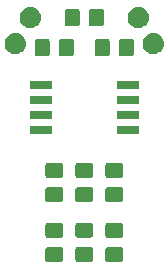
<source format=gbr>
G04 #@! TF.GenerationSoftware,KiCad,Pcbnew,5.0.2-bee76a0~70~ubuntu16.04.1*
G04 #@! TF.CreationDate,2020-01-28T21:52:51-08:00*
G04 #@! TF.ProjectId,touch-circuit-v1,746f7563-682d-4636-9972-637569742d76,rev?*
G04 #@! TF.SameCoordinates,Original*
G04 #@! TF.FileFunction,Soldermask,Top*
G04 #@! TF.FilePolarity,Negative*
%FSLAX46Y46*%
G04 Gerber Fmt 4.6, Leading zero omitted, Abs format (unit mm)*
G04 Created by KiCad (PCBNEW 5.0.2-bee76a0~70~ubuntu16.04.1) date Tue 28 Jan 2020 09:52:51 PM PST*
%MOMM*%
%LPD*%
G01*
G04 APERTURE LIST*
%ADD10C,0.100000*%
G04 APERTURE END LIST*
D10*
G36*
X155528677Y-110893465D02*
X155566364Y-110904898D01*
X155601103Y-110923466D01*
X155631548Y-110948452D01*
X155656534Y-110978897D01*
X155675102Y-111013636D01*
X155686535Y-111051323D01*
X155691000Y-111096661D01*
X155691000Y-111933339D01*
X155686535Y-111978677D01*
X155675102Y-112016364D01*
X155656534Y-112051103D01*
X155631548Y-112081548D01*
X155601103Y-112106534D01*
X155566364Y-112125102D01*
X155528677Y-112136535D01*
X155483339Y-112141000D01*
X154396661Y-112141000D01*
X154351323Y-112136535D01*
X154313636Y-112125102D01*
X154278897Y-112106534D01*
X154248452Y-112081548D01*
X154223466Y-112051103D01*
X154204898Y-112016364D01*
X154193465Y-111978677D01*
X154189000Y-111933339D01*
X154189000Y-111096661D01*
X154193465Y-111051323D01*
X154204898Y-111013636D01*
X154223466Y-110978897D01*
X154248452Y-110948452D01*
X154278897Y-110923466D01*
X154313636Y-110904898D01*
X154351323Y-110893465D01*
X154396661Y-110889000D01*
X155483339Y-110889000D01*
X155528677Y-110893465D01*
X155528677Y-110893465D01*
G37*
G36*
X150448677Y-110893465D02*
X150486364Y-110904898D01*
X150521103Y-110923466D01*
X150551548Y-110948452D01*
X150576534Y-110978897D01*
X150595102Y-111013636D01*
X150606535Y-111051323D01*
X150611000Y-111096661D01*
X150611000Y-111933339D01*
X150606535Y-111978677D01*
X150595102Y-112016364D01*
X150576534Y-112051103D01*
X150551548Y-112081548D01*
X150521103Y-112106534D01*
X150486364Y-112125102D01*
X150448677Y-112136535D01*
X150403339Y-112141000D01*
X149316661Y-112141000D01*
X149271323Y-112136535D01*
X149233636Y-112125102D01*
X149198897Y-112106534D01*
X149168452Y-112081548D01*
X149143466Y-112051103D01*
X149124898Y-112016364D01*
X149113465Y-111978677D01*
X149109000Y-111933339D01*
X149109000Y-111096661D01*
X149113465Y-111051323D01*
X149124898Y-111013636D01*
X149143466Y-110978897D01*
X149168452Y-110948452D01*
X149198897Y-110923466D01*
X149233636Y-110904898D01*
X149271323Y-110893465D01*
X149316661Y-110889000D01*
X150403339Y-110889000D01*
X150448677Y-110893465D01*
X150448677Y-110893465D01*
G37*
G36*
X152988677Y-110873465D02*
X153026364Y-110884898D01*
X153061103Y-110903466D01*
X153091548Y-110928452D01*
X153116534Y-110958897D01*
X153135102Y-110993636D01*
X153146535Y-111031323D01*
X153151000Y-111076661D01*
X153151000Y-111913339D01*
X153146535Y-111958677D01*
X153135102Y-111996364D01*
X153116534Y-112031103D01*
X153091548Y-112061548D01*
X153061103Y-112086534D01*
X153026364Y-112105102D01*
X152988677Y-112116535D01*
X152943339Y-112121000D01*
X151856661Y-112121000D01*
X151811323Y-112116535D01*
X151773636Y-112105102D01*
X151738897Y-112086534D01*
X151708452Y-112061548D01*
X151683466Y-112031103D01*
X151664898Y-111996364D01*
X151653465Y-111958677D01*
X151649000Y-111913339D01*
X151649000Y-111076661D01*
X151653465Y-111031323D01*
X151664898Y-110993636D01*
X151683466Y-110958897D01*
X151708452Y-110928452D01*
X151738897Y-110903466D01*
X151773636Y-110884898D01*
X151811323Y-110873465D01*
X151856661Y-110869000D01*
X152943339Y-110869000D01*
X152988677Y-110873465D01*
X152988677Y-110873465D01*
G37*
G36*
X155528677Y-108843465D02*
X155566364Y-108854898D01*
X155601103Y-108873466D01*
X155631548Y-108898452D01*
X155656534Y-108928897D01*
X155675102Y-108963636D01*
X155686535Y-109001323D01*
X155691000Y-109046661D01*
X155691000Y-109883339D01*
X155686535Y-109928677D01*
X155675102Y-109966364D01*
X155656534Y-110001103D01*
X155631548Y-110031548D01*
X155601103Y-110056534D01*
X155566364Y-110075102D01*
X155528677Y-110086535D01*
X155483339Y-110091000D01*
X154396661Y-110091000D01*
X154351323Y-110086535D01*
X154313636Y-110075102D01*
X154278897Y-110056534D01*
X154248452Y-110031548D01*
X154223466Y-110001103D01*
X154204898Y-109966364D01*
X154193465Y-109928677D01*
X154189000Y-109883339D01*
X154189000Y-109046661D01*
X154193465Y-109001323D01*
X154204898Y-108963636D01*
X154223466Y-108928897D01*
X154248452Y-108898452D01*
X154278897Y-108873466D01*
X154313636Y-108854898D01*
X154351323Y-108843465D01*
X154396661Y-108839000D01*
X155483339Y-108839000D01*
X155528677Y-108843465D01*
X155528677Y-108843465D01*
G37*
G36*
X150448677Y-108843465D02*
X150486364Y-108854898D01*
X150521103Y-108873466D01*
X150551548Y-108898452D01*
X150576534Y-108928897D01*
X150595102Y-108963636D01*
X150606535Y-109001323D01*
X150611000Y-109046661D01*
X150611000Y-109883339D01*
X150606535Y-109928677D01*
X150595102Y-109966364D01*
X150576534Y-110001103D01*
X150551548Y-110031548D01*
X150521103Y-110056534D01*
X150486364Y-110075102D01*
X150448677Y-110086535D01*
X150403339Y-110091000D01*
X149316661Y-110091000D01*
X149271323Y-110086535D01*
X149233636Y-110075102D01*
X149198897Y-110056534D01*
X149168452Y-110031548D01*
X149143466Y-110001103D01*
X149124898Y-109966364D01*
X149113465Y-109928677D01*
X149109000Y-109883339D01*
X149109000Y-109046661D01*
X149113465Y-109001323D01*
X149124898Y-108963636D01*
X149143466Y-108928897D01*
X149168452Y-108898452D01*
X149198897Y-108873466D01*
X149233636Y-108854898D01*
X149271323Y-108843465D01*
X149316661Y-108839000D01*
X150403339Y-108839000D01*
X150448677Y-108843465D01*
X150448677Y-108843465D01*
G37*
G36*
X152988677Y-108823465D02*
X153026364Y-108834898D01*
X153061103Y-108853466D01*
X153091548Y-108878452D01*
X153116534Y-108908897D01*
X153135102Y-108943636D01*
X153146535Y-108981323D01*
X153151000Y-109026661D01*
X153151000Y-109863339D01*
X153146535Y-109908677D01*
X153135102Y-109946364D01*
X153116534Y-109981103D01*
X153091548Y-110011548D01*
X153061103Y-110036534D01*
X153026364Y-110055102D01*
X152988677Y-110066535D01*
X152943339Y-110071000D01*
X151856661Y-110071000D01*
X151811323Y-110066535D01*
X151773636Y-110055102D01*
X151738897Y-110036534D01*
X151708452Y-110011548D01*
X151683466Y-109981103D01*
X151664898Y-109946364D01*
X151653465Y-109908677D01*
X151649000Y-109863339D01*
X151649000Y-109026661D01*
X151653465Y-108981323D01*
X151664898Y-108943636D01*
X151683466Y-108908897D01*
X151708452Y-108878452D01*
X151738897Y-108853466D01*
X151773636Y-108834898D01*
X151811323Y-108823465D01*
X151856661Y-108819000D01*
X152943339Y-108819000D01*
X152988677Y-108823465D01*
X152988677Y-108823465D01*
G37*
G36*
X152988677Y-105813465D02*
X153026364Y-105824898D01*
X153061103Y-105843466D01*
X153091548Y-105868452D01*
X153116534Y-105898897D01*
X153135102Y-105933636D01*
X153146535Y-105971323D01*
X153151000Y-106016661D01*
X153151000Y-106853339D01*
X153146535Y-106898677D01*
X153135102Y-106936364D01*
X153116534Y-106971103D01*
X153091548Y-107001548D01*
X153061103Y-107026534D01*
X153026364Y-107045102D01*
X152988677Y-107056535D01*
X152943339Y-107061000D01*
X151856661Y-107061000D01*
X151811323Y-107056535D01*
X151773636Y-107045102D01*
X151738897Y-107026534D01*
X151708452Y-107001548D01*
X151683466Y-106971103D01*
X151664898Y-106936364D01*
X151653465Y-106898677D01*
X151649000Y-106853339D01*
X151649000Y-106016661D01*
X151653465Y-105971323D01*
X151664898Y-105933636D01*
X151683466Y-105898897D01*
X151708452Y-105868452D01*
X151738897Y-105843466D01*
X151773636Y-105824898D01*
X151811323Y-105813465D01*
X151856661Y-105809000D01*
X152943339Y-105809000D01*
X152988677Y-105813465D01*
X152988677Y-105813465D01*
G37*
G36*
X155528677Y-105813465D02*
X155566364Y-105824898D01*
X155601103Y-105843466D01*
X155631548Y-105868452D01*
X155656534Y-105898897D01*
X155675102Y-105933636D01*
X155686535Y-105971323D01*
X155691000Y-106016661D01*
X155691000Y-106853339D01*
X155686535Y-106898677D01*
X155675102Y-106936364D01*
X155656534Y-106971103D01*
X155631548Y-107001548D01*
X155601103Y-107026534D01*
X155566364Y-107045102D01*
X155528677Y-107056535D01*
X155483339Y-107061000D01*
X154396661Y-107061000D01*
X154351323Y-107056535D01*
X154313636Y-107045102D01*
X154278897Y-107026534D01*
X154248452Y-107001548D01*
X154223466Y-106971103D01*
X154204898Y-106936364D01*
X154193465Y-106898677D01*
X154189000Y-106853339D01*
X154189000Y-106016661D01*
X154193465Y-105971323D01*
X154204898Y-105933636D01*
X154223466Y-105898897D01*
X154248452Y-105868452D01*
X154278897Y-105843466D01*
X154313636Y-105824898D01*
X154351323Y-105813465D01*
X154396661Y-105809000D01*
X155483339Y-105809000D01*
X155528677Y-105813465D01*
X155528677Y-105813465D01*
G37*
G36*
X150448677Y-105813465D02*
X150486364Y-105824898D01*
X150521103Y-105843466D01*
X150551548Y-105868452D01*
X150576534Y-105898897D01*
X150595102Y-105933636D01*
X150606535Y-105971323D01*
X150611000Y-106016661D01*
X150611000Y-106853339D01*
X150606535Y-106898677D01*
X150595102Y-106936364D01*
X150576534Y-106971103D01*
X150551548Y-107001548D01*
X150521103Y-107026534D01*
X150486364Y-107045102D01*
X150448677Y-107056535D01*
X150403339Y-107061000D01*
X149316661Y-107061000D01*
X149271323Y-107056535D01*
X149233636Y-107045102D01*
X149198897Y-107026534D01*
X149168452Y-107001548D01*
X149143466Y-106971103D01*
X149124898Y-106936364D01*
X149113465Y-106898677D01*
X149109000Y-106853339D01*
X149109000Y-106016661D01*
X149113465Y-105971323D01*
X149124898Y-105933636D01*
X149143466Y-105898897D01*
X149168452Y-105868452D01*
X149198897Y-105843466D01*
X149233636Y-105824898D01*
X149271323Y-105813465D01*
X149316661Y-105809000D01*
X150403339Y-105809000D01*
X150448677Y-105813465D01*
X150448677Y-105813465D01*
G37*
G36*
X155528677Y-103763465D02*
X155566364Y-103774898D01*
X155601103Y-103793466D01*
X155631548Y-103818452D01*
X155656534Y-103848897D01*
X155675102Y-103883636D01*
X155686535Y-103921323D01*
X155691000Y-103966661D01*
X155691000Y-104803339D01*
X155686535Y-104848677D01*
X155675102Y-104886364D01*
X155656534Y-104921103D01*
X155631548Y-104951548D01*
X155601103Y-104976534D01*
X155566364Y-104995102D01*
X155528677Y-105006535D01*
X155483339Y-105011000D01*
X154396661Y-105011000D01*
X154351323Y-105006535D01*
X154313636Y-104995102D01*
X154278897Y-104976534D01*
X154248452Y-104951548D01*
X154223466Y-104921103D01*
X154204898Y-104886364D01*
X154193465Y-104848677D01*
X154189000Y-104803339D01*
X154189000Y-103966661D01*
X154193465Y-103921323D01*
X154204898Y-103883636D01*
X154223466Y-103848897D01*
X154248452Y-103818452D01*
X154278897Y-103793466D01*
X154313636Y-103774898D01*
X154351323Y-103763465D01*
X154396661Y-103759000D01*
X155483339Y-103759000D01*
X155528677Y-103763465D01*
X155528677Y-103763465D01*
G37*
G36*
X152988677Y-103763465D02*
X153026364Y-103774898D01*
X153061103Y-103793466D01*
X153091548Y-103818452D01*
X153116534Y-103848897D01*
X153135102Y-103883636D01*
X153146535Y-103921323D01*
X153151000Y-103966661D01*
X153151000Y-104803339D01*
X153146535Y-104848677D01*
X153135102Y-104886364D01*
X153116534Y-104921103D01*
X153091548Y-104951548D01*
X153061103Y-104976534D01*
X153026364Y-104995102D01*
X152988677Y-105006535D01*
X152943339Y-105011000D01*
X151856661Y-105011000D01*
X151811323Y-105006535D01*
X151773636Y-104995102D01*
X151738897Y-104976534D01*
X151708452Y-104951548D01*
X151683466Y-104921103D01*
X151664898Y-104886364D01*
X151653465Y-104848677D01*
X151649000Y-104803339D01*
X151649000Y-103966661D01*
X151653465Y-103921323D01*
X151664898Y-103883636D01*
X151683466Y-103848897D01*
X151708452Y-103818452D01*
X151738897Y-103793466D01*
X151773636Y-103774898D01*
X151811323Y-103763465D01*
X151856661Y-103759000D01*
X152943339Y-103759000D01*
X152988677Y-103763465D01*
X152988677Y-103763465D01*
G37*
G36*
X150448677Y-103763465D02*
X150486364Y-103774898D01*
X150521103Y-103793466D01*
X150551548Y-103818452D01*
X150576534Y-103848897D01*
X150595102Y-103883636D01*
X150606535Y-103921323D01*
X150611000Y-103966661D01*
X150611000Y-104803339D01*
X150606535Y-104848677D01*
X150595102Y-104886364D01*
X150576534Y-104921103D01*
X150551548Y-104951548D01*
X150521103Y-104976534D01*
X150486364Y-104995102D01*
X150448677Y-105006535D01*
X150403339Y-105011000D01*
X149316661Y-105011000D01*
X149271323Y-105006535D01*
X149233636Y-104995102D01*
X149198897Y-104976534D01*
X149168452Y-104951548D01*
X149143466Y-104921103D01*
X149124898Y-104886364D01*
X149113465Y-104848677D01*
X149109000Y-104803339D01*
X149109000Y-103966661D01*
X149113465Y-103921323D01*
X149124898Y-103883636D01*
X149143466Y-103848897D01*
X149168452Y-103818452D01*
X149198897Y-103793466D01*
X149233636Y-103774898D01*
X149271323Y-103763465D01*
X149316661Y-103759000D01*
X150403339Y-103759000D01*
X150448677Y-103763465D01*
X150448677Y-103763465D01*
G37*
G36*
X157026000Y-101291000D02*
X155174000Y-101291000D01*
X155174000Y-100639000D01*
X157026000Y-100639000D01*
X157026000Y-101291000D01*
X157026000Y-101291000D01*
G37*
G36*
X149626000Y-101291000D02*
X147774000Y-101291000D01*
X147774000Y-100639000D01*
X149626000Y-100639000D01*
X149626000Y-101291000D01*
X149626000Y-101291000D01*
G37*
G36*
X149626000Y-100021000D02*
X147774000Y-100021000D01*
X147774000Y-99369000D01*
X149626000Y-99369000D01*
X149626000Y-100021000D01*
X149626000Y-100021000D01*
G37*
G36*
X157026000Y-100021000D02*
X155174000Y-100021000D01*
X155174000Y-99369000D01*
X157026000Y-99369000D01*
X157026000Y-100021000D01*
X157026000Y-100021000D01*
G37*
G36*
X157026000Y-98751000D02*
X155174000Y-98751000D01*
X155174000Y-98099000D01*
X157026000Y-98099000D01*
X157026000Y-98751000D01*
X157026000Y-98751000D01*
G37*
G36*
X149626000Y-98751000D02*
X147774000Y-98751000D01*
X147774000Y-98099000D01*
X149626000Y-98099000D01*
X149626000Y-98751000D01*
X149626000Y-98751000D01*
G37*
G36*
X149626000Y-97481000D02*
X147774000Y-97481000D01*
X147774000Y-96829000D01*
X149626000Y-96829000D01*
X149626000Y-97481000D01*
X149626000Y-97481000D01*
G37*
G36*
X157026000Y-97481000D02*
X155174000Y-97481000D01*
X155174000Y-96829000D01*
X157026000Y-96829000D01*
X157026000Y-97481000D01*
X157026000Y-97481000D01*
G37*
G36*
X156428677Y-93233465D02*
X156466364Y-93244898D01*
X156501103Y-93263466D01*
X156531548Y-93288452D01*
X156556534Y-93318897D01*
X156575102Y-93353636D01*
X156586535Y-93391323D01*
X156591000Y-93436661D01*
X156591000Y-94523339D01*
X156586535Y-94568677D01*
X156575102Y-94606364D01*
X156556534Y-94641103D01*
X156531548Y-94671548D01*
X156501103Y-94696534D01*
X156466364Y-94715102D01*
X156428677Y-94726535D01*
X156383339Y-94731000D01*
X155546661Y-94731000D01*
X155501323Y-94726535D01*
X155463636Y-94715102D01*
X155428897Y-94696534D01*
X155398452Y-94671548D01*
X155373466Y-94641103D01*
X155354898Y-94606364D01*
X155343465Y-94568677D01*
X155339000Y-94523339D01*
X155339000Y-93436661D01*
X155343465Y-93391323D01*
X155354898Y-93353636D01*
X155373466Y-93318897D01*
X155398452Y-93288452D01*
X155428897Y-93263466D01*
X155463636Y-93244898D01*
X155501323Y-93233465D01*
X155546661Y-93229000D01*
X156383339Y-93229000D01*
X156428677Y-93233465D01*
X156428677Y-93233465D01*
G37*
G36*
X154378677Y-93233465D02*
X154416364Y-93244898D01*
X154451103Y-93263466D01*
X154481548Y-93288452D01*
X154506534Y-93318897D01*
X154525102Y-93353636D01*
X154536535Y-93391323D01*
X154541000Y-93436661D01*
X154541000Y-94523339D01*
X154536535Y-94568677D01*
X154525102Y-94606364D01*
X154506534Y-94641103D01*
X154481548Y-94671548D01*
X154451103Y-94696534D01*
X154416364Y-94715102D01*
X154378677Y-94726535D01*
X154333339Y-94731000D01*
X153496661Y-94731000D01*
X153451323Y-94726535D01*
X153413636Y-94715102D01*
X153378897Y-94696534D01*
X153348452Y-94671548D01*
X153323466Y-94641103D01*
X153304898Y-94606364D01*
X153293465Y-94568677D01*
X153289000Y-94523339D01*
X153289000Y-93436661D01*
X153293465Y-93391323D01*
X153304898Y-93353636D01*
X153323466Y-93318897D01*
X153348452Y-93288452D01*
X153378897Y-93263466D01*
X153413636Y-93244898D01*
X153451323Y-93233465D01*
X153496661Y-93229000D01*
X154333339Y-93229000D01*
X154378677Y-93233465D01*
X154378677Y-93233465D01*
G37*
G36*
X151348677Y-93233465D02*
X151386364Y-93244898D01*
X151421103Y-93263466D01*
X151451548Y-93288452D01*
X151476534Y-93318897D01*
X151495102Y-93353636D01*
X151506535Y-93391323D01*
X151511000Y-93436661D01*
X151511000Y-94523339D01*
X151506535Y-94568677D01*
X151495102Y-94606364D01*
X151476534Y-94641103D01*
X151451548Y-94671548D01*
X151421103Y-94696534D01*
X151386364Y-94715102D01*
X151348677Y-94726535D01*
X151303339Y-94731000D01*
X150466661Y-94731000D01*
X150421323Y-94726535D01*
X150383636Y-94715102D01*
X150348897Y-94696534D01*
X150318452Y-94671548D01*
X150293466Y-94641103D01*
X150274898Y-94606364D01*
X150263465Y-94568677D01*
X150259000Y-94523339D01*
X150259000Y-93436661D01*
X150263465Y-93391323D01*
X150274898Y-93353636D01*
X150293466Y-93318897D01*
X150318452Y-93288452D01*
X150348897Y-93263466D01*
X150383636Y-93244898D01*
X150421323Y-93233465D01*
X150466661Y-93229000D01*
X151303339Y-93229000D01*
X151348677Y-93233465D01*
X151348677Y-93233465D01*
G37*
G36*
X149298677Y-93233465D02*
X149336364Y-93244898D01*
X149371103Y-93263466D01*
X149401548Y-93288452D01*
X149426534Y-93318897D01*
X149445102Y-93353636D01*
X149456535Y-93391323D01*
X149461000Y-93436661D01*
X149461000Y-94523339D01*
X149456535Y-94568677D01*
X149445102Y-94606364D01*
X149426534Y-94641103D01*
X149401548Y-94671548D01*
X149371103Y-94696534D01*
X149336364Y-94715102D01*
X149298677Y-94726535D01*
X149253339Y-94731000D01*
X148416661Y-94731000D01*
X148371323Y-94726535D01*
X148333636Y-94715102D01*
X148298897Y-94696534D01*
X148268452Y-94671548D01*
X148243466Y-94641103D01*
X148224898Y-94606364D01*
X148213465Y-94568677D01*
X148209000Y-94523339D01*
X148209000Y-93436661D01*
X148213465Y-93391323D01*
X148224898Y-93353636D01*
X148243466Y-93318897D01*
X148268452Y-93288452D01*
X148298897Y-93263466D01*
X148333636Y-93244898D01*
X148371323Y-93233465D01*
X148416661Y-93229000D01*
X149253339Y-93229000D01*
X149298677Y-93233465D01*
X149298677Y-93233465D01*
G37*
G36*
X146668443Y-92745224D02*
X146734627Y-92751742D01*
X146847853Y-92786089D01*
X146904467Y-92803262D01*
X147043087Y-92877357D01*
X147060991Y-92886927D01*
X147096729Y-92916257D01*
X147198186Y-92999519D01*
X147281448Y-93100976D01*
X147310778Y-93136714D01*
X147310779Y-93136716D01*
X147394443Y-93293238D01*
X147402226Y-93318897D01*
X147445963Y-93463078D01*
X147463359Y-93639705D01*
X147445963Y-93816332D01*
X147411616Y-93929558D01*
X147394443Y-93986172D01*
X147320348Y-94124792D01*
X147310778Y-94142696D01*
X147281448Y-94178434D01*
X147198186Y-94279891D01*
X147096729Y-94363153D01*
X147060991Y-94392483D01*
X147060989Y-94392484D01*
X146904467Y-94476148D01*
X146847853Y-94493321D01*
X146734627Y-94527668D01*
X146668442Y-94534187D01*
X146602260Y-94540705D01*
X146513740Y-94540705D01*
X146447557Y-94534186D01*
X146381373Y-94527668D01*
X146268147Y-94493321D01*
X146211533Y-94476148D01*
X146055011Y-94392484D01*
X146055009Y-94392483D01*
X146019271Y-94363153D01*
X145917814Y-94279891D01*
X145834552Y-94178434D01*
X145805222Y-94142696D01*
X145795652Y-94124792D01*
X145721557Y-93986172D01*
X145704384Y-93929558D01*
X145670037Y-93816332D01*
X145652641Y-93639705D01*
X145670037Y-93463078D01*
X145713774Y-93318897D01*
X145721557Y-93293238D01*
X145805221Y-93136716D01*
X145805222Y-93136714D01*
X145834552Y-93100976D01*
X145917814Y-92999519D01*
X146019271Y-92916257D01*
X146055009Y-92886927D01*
X146072913Y-92877357D01*
X146211533Y-92803262D01*
X146268147Y-92786089D01*
X146381373Y-92751742D01*
X146447558Y-92745223D01*
X146513740Y-92738705D01*
X146602260Y-92738705D01*
X146668443Y-92745224D01*
X146668443Y-92745224D01*
G37*
G36*
X158352443Y-92745224D02*
X158418627Y-92751742D01*
X158531853Y-92786089D01*
X158588467Y-92803262D01*
X158727087Y-92877357D01*
X158744991Y-92886927D01*
X158780729Y-92916257D01*
X158882186Y-92999519D01*
X158965448Y-93100976D01*
X158994778Y-93136714D01*
X158994779Y-93136716D01*
X159078443Y-93293238D01*
X159086226Y-93318897D01*
X159129963Y-93463078D01*
X159147359Y-93639705D01*
X159129963Y-93816332D01*
X159095616Y-93929558D01*
X159078443Y-93986172D01*
X159004348Y-94124792D01*
X158994778Y-94142696D01*
X158965448Y-94178434D01*
X158882186Y-94279891D01*
X158780729Y-94363153D01*
X158744991Y-94392483D01*
X158744989Y-94392484D01*
X158588467Y-94476148D01*
X158531853Y-94493321D01*
X158418627Y-94527668D01*
X158352442Y-94534187D01*
X158286260Y-94540705D01*
X158197740Y-94540705D01*
X158131557Y-94534186D01*
X158065373Y-94527668D01*
X157952147Y-94493321D01*
X157895533Y-94476148D01*
X157739011Y-94392484D01*
X157739009Y-94392483D01*
X157703271Y-94363153D01*
X157601814Y-94279891D01*
X157518552Y-94178434D01*
X157489222Y-94142696D01*
X157479652Y-94124792D01*
X157405557Y-93986172D01*
X157388384Y-93929558D01*
X157354037Y-93816332D01*
X157336641Y-93639705D01*
X157354037Y-93463078D01*
X157397774Y-93318897D01*
X157405557Y-93293238D01*
X157489221Y-93136716D01*
X157489222Y-93136714D01*
X157518552Y-93100976D01*
X157601814Y-92999519D01*
X157703271Y-92916257D01*
X157739009Y-92886927D01*
X157756913Y-92877357D01*
X157895533Y-92803262D01*
X157952147Y-92786089D01*
X158065373Y-92751742D01*
X158131558Y-92745223D01*
X158197740Y-92738705D01*
X158286260Y-92738705D01*
X158352443Y-92745224D01*
X158352443Y-92745224D01*
G37*
G36*
X147938443Y-90545519D02*
X148004627Y-90552037D01*
X148117853Y-90586384D01*
X148174467Y-90603557D01*
X148313087Y-90677652D01*
X148330991Y-90687222D01*
X148339530Y-90694230D01*
X148468186Y-90799814D01*
X148547665Y-90896661D01*
X148580778Y-90937009D01*
X148580779Y-90937011D01*
X148664443Y-91093533D01*
X148664443Y-91093534D01*
X148715963Y-91263373D01*
X148733359Y-91440000D01*
X148715963Y-91616627D01*
X148681616Y-91729853D01*
X148664443Y-91786467D01*
X148593694Y-91918827D01*
X148580778Y-91942991D01*
X148557032Y-91971925D01*
X148468186Y-92080186D01*
X148389049Y-92145131D01*
X148330991Y-92192778D01*
X148330989Y-92192779D01*
X148174467Y-92276443D01*
X148117853Y-92293616D01*
X148004627Y-92327963D01*
X147938443Y-92334481D01*
X147872260Y-92341000D01*
X147783740Y-92341000D01*
X147717557Y-92334481D01*
X147651373Y-92327963D01*
X147538147Y-92293616D01*
X147481533Y-92276443D01*
X147325011Y-92192779D01*
X147325009Y-92192778D01*
X147266951Y-92145131D01*
X147187814Y-92080186D01*
X147098968Y-91971925D01*
X147075222Y-91942991D01*
X147062306Y-91918827D01*
X146991557Y-91786467D01*
X146974384Y-91729853D01*
X146940037Y-91616627D01*
X146922641Y-91440000D01*
X146940037Y-91263373D01*
X146991557Y-91093534D01*
X146991557Y-91093533D01*
X147075221Y-90937011D01*
X147075222Y-90937009D01*
X147108335Y-90896661D01*
X147187814Y-90799814D01*
X147316470Y-90694230D01*
X147325009Y-90687222D01*
X147342913Y-90677652D01*
X147481533Y-90603557D01*
X147538147Y-90586384D01*
X147651373Y-90552037D01*
X147717557Y-90545519D01*
X147783740Y-90539000D01*
X147872260Y-90539000D01*
X147938443Y-90545519D01*
X147938443Y-90545519D01*
G37*
G36*
X157082443Y-90545519D02*
X157148627Y-90552037D01*
X157261853Y-90586384D01*
X157318467Y-90603557D01*
X157457087Y-90677652D01*
X157474991Y-90687222D01*
X157483530Y-90694230D01*
X157612186Y-90799814D01*
X157691665Y-90896661D01*
X157724778Y-90937009D01*
X157724779Y-90937011D01*
X157808443Y-91093533D01*
X157808443Y-91093534D01*
X157859963Y-91263373D01*
X157877359Y-91440000D01*
X157859963Y-91616627D01*
X157825616Y-91729853D01*
X157808443Y-91786467D01*
X157737694Y-91918827D01*
X157724778Y-91942991D01*
X157701032Y-91971925D01*
X157612186Y-92080186D01*
X157533049Y-92145131D01*
X157474991Y-92192778D01*
X157474989Y-92192779D01*
X157318467Y-92276443D01*
X157261853Y-92293616D01*
X157148627Y-92327963D01*
X157082443Y-92334481D01*
X157016260Y-92341000D01*
X156927740Y-92341000D01*
X156861557Y-92334481D01*
X156795373Y-92327963D01*
X156682147Y-92293616D01*
X156625533Y-92276443D01*
X156469011Y-92192779D01*
X156469009Y-92192778D01*
X156410951Y-92145131D01*
X156331814Y-92080186D01*
X156242968Y-91971925D01*
X156219222Y-91942991D01*
X156206306Y-91918827D01*
X156135557Y-91786467D01*
X156118384Y-91729853D01*
X156084037Y-91616627D01*
X156066641Y-91440000D01*
X156084037Y-91263373D01*
X156135557Y-91093534D01*
X156135557Y-91093533D01*
X156219221Y-90937011D01*
X156219222Y-90937009D01*
X156252335Y-90896661D01*
X156331814Y-90799814D01*
X156460470Y-90694230D01*
X156469009Y-90687222D01*
X156486913Y-90677652D01*
X156625533Y-90603557D01*
X156682147Y-90586384D01*
X156795373Y-90552037D01*
X156861558Y-90545518D01*
X156927740Y-90539000D01*
X157016260Y-90539000D01*
X157082443Y-90545519D01*
X157082443Y-90545519D01*
G37*
G36*
X151838677Y-90693465D02*
X151876364Y-90704898D01*
X151911103Y-90723466D01*
X151941548Y-90748452D01*
X151966534Y-90778897D01*
X151985102Y-90813636D01*
X151996535Y-90851323D01*
X152001000Y-90896661D01*
X152001000Y-91983339D01*
X151996535Y-92028677D01*
X151985102Y-92066364D01*
X151966534Y-92101103D01*
X151941548Y-92131548D01*
X151911103Y-92156534D01*
X151876364Y-92175102D01*
X151838677Y-92186535D01*
X151793339Y-92191000D01*
X150956661Y-92191000D01*
X150911323Y-92186535D01*
X150873636Y-92175102D01*
X150838897Y-92156534D01*
X150808452Y-92131548D01*
X150783466Y-92101103D01*
X150764898Y-92066364D01*
X150753465Y-92028677D01*
X150749000Y-91983339D01*
X150749000Y-90896661D01*
X150753465Y-90851323D01*
X150764898Y-90813636D01*
X150783466Y-90778897D01*
X150808452Y-90748452D01*
X150838897Y-90723466D01*
X150873636Y-90704898D01*
X150911323Y-90693465D01*
X150956661Y-90689000D01*
X151793339Y-90689000D01*
X151838677Y-90693465D01*
X151838677Y-90693465D01*
G37*
G36*
X153888677Y-90693465D02*
X153926364Y-90704898D01*
X153961103Y-90723466D01*
X153991548Y-90748452D01*
X154016534Y-90778897D01*
X154035102Y-90813636D01*
X154046535Y-90851323D01*
X154051000Y-90896661D01*
X154051000Y-91983339D01*
X154046535Y-92028677D01*
X154035102Y-92066364D01*
X154016534Y-92101103D01*
X153991548Y-92131548D01*
X153961103Y-92156534D01*
X153926364Y-92175102D01*
X153888677Y-92186535D01*
X153843339Y-92191000D01*
X153006661Y-92191000D01*
X152961323Y-92186535D01*
X152923636Y-92175102D01*
X152888897Y-92156534D01*
X152858452Y-92131548D01*
X152833466Y-92101103D01*
X152814898Y-92066364D01*
X152803465Y-92028677D01*
X152799000Y-91983339D01*
X152799000Y-90896661D01*
X152803465Y-90851323D01*
X152814898Y-90813636D01*
X152833466Y-90778897D01*
X152858452Y-90748452D01*
X152888897Y-90723466D01*
X152923636Y-90704898D01*
X152961323Y-90693465D01*
X153006661Y-90689000D01*
X153843339Y-90689000D01*
X153888677Y-90693465D01*
X153888677Y-90693465D01*
G37*
M02*

</source>
